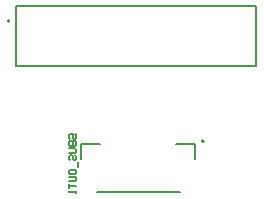
<source format=gbo>
G04*
G04 #@! TF.GenerationSoftware,Altium Limited,Altium Designer,21.6.1 (37)*
G04*
G04 Layer_Color=32896*
%FSLAX44Y44*%
%MOMM*%
G71*
G04*
G04 #@! TF.SameCoordinates,4ABF761C-D1B2-43E9-9F85-C7646A4A9D86*
G04*
G04*
G04 #@! TF.FilePolarity,Positive*
G04*
G01*
G75*
%ADD10C,0.2000*%
%ADD11C,0.1270*%
%ADD13C,0.1800*%
D10*
X184200Y324000D02*
G03*
X184200Y324000I-1000J0D01*
G01*
X348575Y222250D02*
G03*
X348575Y222250I-1000J0D01*
G01*
X189700Y336700D02*
X392900D01*
X189700Y285900D02*
X392900D01*
Y336700D01*
X189700Y285900D02*
Y336700D01*
D11*
X257750Y179250D02*
X328500D01*
X341000Y207250D02*
Y219750D01*
X244750Y207250D02*
Y219750D01*
X325000D02*
X341000D01*
X244750D02*
X260750D01*
D13*
X235501Y224243D02*
X234501Y225243D01*
Y227242D01*
X235501Y228242D01*
X236500D01*
X237500Y227242D01*
Y225243D01*
X238500Y224243D01*
X239499D01*
X240499Y225243D01*
Y227242D01*
X239499Y228242D01*
X234501Y222244D02*
X240499D01*
Y219245D01*
X239499Y218245D01*
X238500D01*
X237500Y219245D01*
Y222244D01*
Y219245D01*
X236500Y218245D01*
X235501D01*
X234501Y219245D01*
Y222244D01*
Y216246D02*
X239499D01*
X240499Y215246D01*
Y213247D01*
X239499Y212247D01*
X234501D01*
X235501Y206249D02*
X234501Y207249D01*
Y209248D01*
X235501Y210248D01*
X236500D01*
X237500Y209248D01*
Y207249D01*
X238500Y206249D01*
X239499D01*
X240499Y207249D01*
Y209248D01*
X239499Y210248D01*
X241499Y204250D02*
Y200251D01*
X234501Y195253D02*
Y197252D01*
X235501Y198252D01*
X239499D01*
X240499Y197252D01*
Y195253D01*
X239499Y194253D01*
X235501D01*
X234501Y195253D01*
Y192253D02*
X239499D01*
X240499Y191254D01*
Y189254D01*
X239499Y188255D01*
X234501D01*
Y186255D02*
Y182257D01*
Y184256D01*
X240499D01*
Y180257D02*
Y178258D01*
Y179258D01*
X234501D01*
X235501Y180257D01*
M02*

</source>
